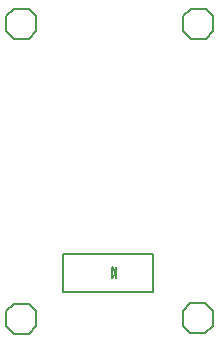
<source format=gbo>
G75*
%MOIN*%
%OFA0B0*%
%FSLAX24Y24*%
%IPPOS*%
%LPD*%
%AMOC8*
5,1,8,0,0,1.08239X$1,22.5*
%
%ADD10C,0.0050*%
%ADD11C,0.0060*%
D10*
X005200Y009454D02*
X008194Y009454D01*
X008194Y009633D01*
X008194Y010714D01*
X005200Y010714D01*
X005200Y010633D01*
X005200Y009454D01*
X005200Y010610D02*
X005200Y010633D01*
X006828Y010259D02*
X006828Y009909D01*
X006978Y010084D01*
X006828Y010259D01*
X006978Y010259D02*
X006978Y009909D01*
X008194Y009633D02*
X008194Y009535D01*
D11*
X004055Y008045D02*
X003555Y008045D01*
X003305Y008295D01*
X003305Y008795D01*
X003555Y009045D01*
X004055Y009045D01*
X004305Y008795D01*
X004305Y008295D01*
X004055Y008045D01*
X009199Y008311D02*
X009449Y008061D01*
X009949Y008061D01*
X010199Y008311D01*
X010199Y008811D01*
X009949Y009061D01*
X009449Y009061D01*
X009199Y008811D01*
X009199Y008311D01*
X009461Y017887D02*
X009961Y017887D01*
X010211Y018137D01*
X010211Y018637D01*
X009961Y018887D01*
X009461Y018887D01*
X009211Y018637D01*
X009211Y018137D01*
X009461Y017887D01*
X004305Y018137D02*
X004055Y017887D01*
X003555Y017887D01*
X003305Y018137D01*
X003305Y018637D01*
X003555Y018887D01*
X004055Y018887D01*
X004305Y018637D01*
X004305Y018137D01*
M02*

</source>
